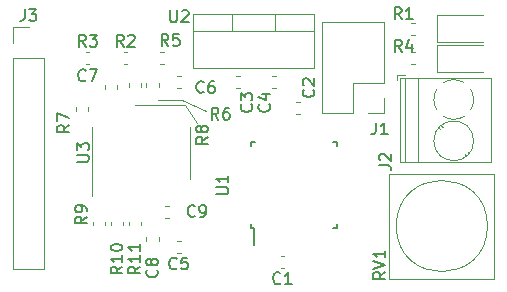
<source format=gbr>
%TF.GenerationSoftware,KiCad,Pcbnew,(5.1.6)-1*%
%TF.CreationDate,2020-11-02T22:50:54-07:00*%
%TF.ProjectId,single_driver,73696e67-6c65-45f6-9472-697665722e6b,rev?*%
%TF.SameCoordinates,Original*%
%TF.FileFunction,Legend,Top*%
%TF.FilePolarity,Positive*%
%FSLAX46Y46*%
G04 Gerber Fmt 4.6, Leading zero omitted, Abs format (unit mm)*
G04 Created by KiCad (PCBNEW (5.1.6)-1) date 2020-11-02 22:50:54*
%MOMM*%
%LPD*%
G01*
G04 APERTURE LIST*
%ADD10C,0.120000*%
%ADD11C,0.150000*%
G04 APERTURE END LIST*
D10*
X153250000Y-100500000D02*
X154250000Y-102000000D01*
X153000000Y-100500000D02*
X153250000Y-100500000D01*
X152500000Y-100500000D02*
X153000000Y-100500000D01*
X149000000Y-100500000D02*
X152500000Y-100500000D01*
X153000000Y-100000000D02*
X155000000Y-101000000D01*
X151000000Y-100000000D02*
X153000000Y-100000000D01*
%TO.C,J1*%
X170080000Y-101160000D02*
X168750000Y-101160000D01*
X170080000Y-99830000D02*
X170080000Y-101160000D01*
X167480000Y-101160000D02*
X164880000Y-101160000D01*
X167480000Y-98560000D02*
X167480000Y-101160000D01*
X170080000Y-98560000D02*
X167480000Y-98560000D01*
X164880000Y-101160000D02*
X164880000Y-93420000D01*
X170080000Y-98560000D02*
X170080000Y-93420000D01*
X170080000Y-93420000D02*
X164880000Y-93420000D01*
%TO.C,RV1*%
X178862554Y-110710000D02*
G75*
G03*
X178862554Y-110710000I-3862554J0D01*
G01*
X179445000Y-106265000D02*
X179445000Y-115155000D01*
X170555000Y-106265000D02*
X179445000Y-106265000D01*
X170555000Y-115155000D02*
X170555000Y-106265000D01*
X179445000Y-115155000D02*
X170555000Y-115155000D01*
%TO.C,U3*%
X145340000Y-104500000D02*
X145340000Y-108150000D01*
X145340000Y-104500000D02*
X145340000Y-102300000D01*
X153660000Y-104500000D02*
X153660000Y-106700000D01*
X153660000Y-104500000D02*
X153660000Y-102300000D01*
%TO.C,U2*%
X160891000Y-92730000D02*
X160891000Y-94240000D01*
X157190000Y-92730000D02*
X157190000Y-94240000D01*
X153920000Y-94240000D02*
X164160000Y-94240000D01*
X164160000Y-92730000D02*
X164160000Y-97371000D01*
X153920000Y-92730000D02*
X153920000Y-97371000D01*
X153920000Y-97371000D02*
X164160000Y-97371000D01*
X153920000Y-92730000D02*
X164160000Y-92730000D01*
D11*
%TO.C,U1*%
X158875000Y-110875000D02*
X159100000Y-110875000D01*
X158875000Y-103625000D02*
X159200000Y-103625000D01*
X166125000Y-103625000D02*
X165800000Y-103625000D01*
X166125000Y-110875000D02*
X165800000Y-110875000D01*
X158875000Y-110875000D02*
X158875000Y-110550000D01*
X166125000Y-110875000D02*
X166125000Y-110550000D01*
X166125000Y-103625000D02*
X166125000Y-103950000D01*
X158875000Y-103625000D02*
X158875000Y-103950000D01*
X159100000Y-110875000D02*
X159100000Y-112300000D01*
D10*
%TO.C,R11*%
X148490000Y-110337221D02*
X148490000Y-110662779D01*
X149510000Y-110337221D02*
X149510000Y-110662779D01*
%TO.C,R10*%
X146990000Y-110337221D02*
X146990000Y-110662779D01*
X148010000Y-110337221D02*
X148010000Y-110662779D01*
%TO.C,R9*%
X145490000Y-110337221D02*
X145490000Y-110662779D01*
X146510000Y-110337221D02*
X146510000Y-110662779D01*
%TO.C,R8*%
X148490000Y-98587221D02*
X148490000Y-98912779D01*
X149510000Y-98587221D02*
X149510000Y-98912779D01*
%TO.C,R7*%
X143990000Y-100624721D02*
X143990000Y-100950279D01*
X145010000Y-100624721D02*
X145010000Y-100950279D01*
%TO.C,R6*%
X151010000Y-98912779D02*
X151010000Y-98587221D01*
X149990000Y-98912779D02*
X149990000Y-98587221D01*
%TO.C,R5*%
X151450279Y-95990000D02*
X151124721Y-95990000D01*
X151450279Y-97010000D02*
X151124721Y-97010000D01*
%TO.C,R4*%
X172700279Y-95990000D02*
X172374721Y-95990000D01*
X172700279Y-97010000D02*
X172374721Y-97010000D01*
%TO.C,R3*%
X144837221Y-97010000D02*
X145162779Y-97010000D01*
X144837221Y-95990000D02*
X145162779Y-95990000D01*
%TO.C,R2*%
X148049721Y-97010000D02*
X148375279Y-97010000D01*
X148049721Y-95990000D02*
X148375279Y-95990000D01*
%TO.C,R1*%
X172700279Y-93490000D02*
X172374721Y-93490000D01*
X172700279Y-94510000D02*
X172374721Y-94510000D01*
%TO.C,J3*%
X138670000Y-93890000D02*
X140000000Y-93890000D01*
X138670000Y-95220000D02*
X138670000Y-93890000D01*
X138670000Y-96490000D02*
X141330000Y-96490000D01*
X141330000Y-96490000D02*
X141330000Y-114330000D01*
X138670000Y-96490000D02*
X138670000Y-114330000D01*
X138670000Y-114330000D02*
X141330000Y-114330000D01*
%TO.C,J2*%
X171200000Y-97950000D02*
X171200000Y-98350000D01*
X171840000Y-97950000D02*
X171200000Y-97950000D01*
X175059000Y-102355000D02*
X174931000Y-102226000D01*
X177275000Y-104570000D02*
X177181000Y-104476000D01*
X174819000Y-102525000D02*
X174726000Y-102431000D01*
X177069000Y-104775000D02*
X176941000Y-104646000D01*
X179160000Y-105310000D02*
X171440000Y-105310000D01*
X179160000Y-98190000D02*
X171440000Y-98190000D01*
X171440000Y-98190000D02*
X171440000Y-105310000D01*
X179160000Y-98190000D02*
X179160000Y-105310000D01*
X173000000Y-98190000D02*
X173000000Y-105310000D01*
X171900000Y-98190000D02*
X171900000Y-105310000D01*
X177680000Y-103500000D02*
G75*
G03*
X177680000Y-103500000I-1680000J0D01*
G01*
X174319901Y-100028674D02*
G75*
G02*
X174560000Y-99134000I1680099J28674D01*
G01*
X175110106Y-98574642D02*
G75*
G02*
X176866000Y-98560000I889894J-1425358D01*
G01*
X177425358Y-99110106D02*
G75*
G02*
X177440000Y-100866000I-1425358J-889894D01*
G01*
X176890193Y-101425505D02*
G75*
G02*
X175109000Y-101425000I-890193J1425505D01*
G01*
X174575279Y-100890264D02*
G75*
G02*
X174320000Y-100000000I1424721J890264D01*
G01*
%TO.C,D2*%
X174565000Y-97635000D02*
X178450000Y-97635000D01*
X174565000Y-95365000D02*
X174565000Y-97635000D01*
X178450000Y-95365000D02*
X174565000Y-95365000D01*
%TO.C,D1*%
X174565000Y-95135000D02*
X178450000Y-95135000D01*
X174565000Y-92865000D02*
X174565000Y-95135000D01*
X178450000Y-92865000D02*
X174565000Y-92865000D01*
%TO.C,C9*%
X151875279Y-108990000D02*
X151549721Y-108990000D01*
X151875279Y-110010000D02*
X151549721Y-110010000D01*
%TO.C,C8*%
X151010000Y-111950279D02*
X151010000Y-111624721D01*
X149990000Y-111950279D02*
X149990000Y-111624721D01*
%TO.C,C7*%
X146490000Y-98799721D02*
X146490000Y-99125279D01*
X147510000Y-98799721D02*
X147510000Y-99125279D01*
%TO.C,C6*%
X152875279Y-97990000D02*
X152549721Y-97990000D01*
X152875279Y-99010000D02*
X152549721Y-99010000D01*
%TO.C,C5*%
X152875279Y-111990000D02*
X152549721Y-111990000D01*
X152875279Y-113010000D02*
X152549721Y-113010000D01*
%TO.C,C4*%
X160950279Y-97990000D02*
X160624721Y-97990000D01*
X160950279Y-99010000D02*
X160624721Y-99010000D01*
%TO.C,C3*%
X157549721Y-99010000D02*
X157875279Y-99010000D01*
X157549721Y-97990000D02*
X157875279Y-97990000D01*
%TO.C,C2*%
X162950279Y-101260000D02*
X162624721Y-101260000D01*
X162950279Y-100240000D02*
X162624721Y-100240000D01*
%TO.C,C1*%
X161662779Y-114260000D02*
X161337221Y-114260000D01*
X161662779Y-113240000D02*
X161337221Y-113240000D01*
%TO.C,J1*%
D11*
X169416666Y-101952380D02*
X169416666Y-102666666D01*
X169369047Y-102809523D01*
X169273809Y-102904761D01*
X169130952Y-102952380D01*
X169035714Y-102952380D01*
X170416666Y-102952380D02*
X169845238Y-102952380D01*
X170130952Y-102952380D02*
X170130952Y-101952380D01*
X170035714Y-102095238D01*
X169940476Y-102190476D01*
X169845238Y-102238095D01*
%TO.C,RV1*%
X170202380Y-114595238D02*
X169726190Y-114928571D01*
X170202380Y-115166666D02*
X169202380Y-115166666D01*
X169202380Y-114785714D01*
X169250000Y-114690476D01*
X169297619Y-114642857D01*
X169392857Y-114595238D01*
X169535714Y-114595238D01*
X169630952Y-114642857D01*
X169678571Y-114690476D01*
X169726190Y-114785714D01*
X169726190Y-115166666D01*
X169202380Y-114309523D02*
X170202380Y-113976190D01*
X169202380Y-113642857D01*
X170202380Y-112785714D02*
X170202380Y-113357142D01*
X170202380Y-113071428D02*
X169202380Y-113071428D01*
X169345238Y-113166666D01*
X169440476Y-113261904D01*
X169488095Y-113357142D01*
%TO.C,U3*%
X144102380Y-105261904D02*
X144911904Y-105261904D01*
X145007142Y-105214285D01*
X145054761Y-105166666D01*
X145102380Y-105071428D01*
X145102380Y-104880952D01*
X145054761Y-104785714D01*
X145007142Y-104738095D01*
X144911904Y-104690476D01*
X144102380Y-104690476D01*
X144102380Y-104309523D02*
X144102380Y-103690476D01*
X144483333Y-104023809D01*
X144483333Y-103880952D01*
X144530952Y-103785714D01*
X144578571Y-103738095D01*
X144673809Y-103690476D01*
X144911904Y-103690476D01*
X145007142Y-103738095D01*
X145054761Y-103785714D01*
X145102380Y-103880952D01*
X145102380Y-104166666D01*
X145054761Y-104261904D01*
X145007142Y-104309523D01*
%TO.C,U2*%
X151988095Y-92452380D02*
X151988095Y-93261904D01*
X152035714Y-93357142D01*
X152083333Y-93404761D01*
X152178571Y-93452380D01*
X152369047Y-93452380D01*
X152464285Y-93404761D01*
X152511904Y-93357142D01*
X152559523Y-93261904D01*
X152559523Y-92452380D01*
X152988095Y-92547619D02*
X153035714Y-92500000D01*
X153130952Y-92452380D01*
X153369047Y-92452380D01*
X153464285Y-92500000D01*
X153511904Y-92547619D01*
X153559523Y-92642857D01*
X153559523Y-92738095D01*
X153511904Y-92880952D01*
X152940476Y-93452380D01*
X153559523Y-93452380D01*
%TO.C,U1*%
X155902380Y-108011904D02*
X156711904Y-108011904D01*
X156807142Y-107964285D01*
X156854761Y-107916666D01*
X156902380Y-107821428D01*
X156902380Y-107630952D01*
X156854761Y-107535714D01*
X156807142Y-107488095D01*
X156711904Y-107440476D01*
X155902380Y-107440476D01*
X156902380Y-106440476D02*
X156902380Y-107011904D01*
X156902380Y-106726190D02*
X155902380Y-106726190D01*
X156045238Y-106821428D01*
X156140476Y-106916666D01*
X156188095Y-107011904D01*
%TO.C,R11*%
X149452380Y-114142857D02*
X148976190Y-114476190D01*
X149452380Y-114714285D02*
X148452380Y-114714285D01*
X148452380Y-114333333D01*
X148500000Y-114238095D01*
X148547619Y-114190476D01*
X148642857Y-114142857D01*
X148785714Y-114142857D01*
X148880952Y-114190476D01*
X148928571Y-114238095D01*
X148976190Y-114333333D01*
X148976190Y-114714285D01*
X149452380Y-113190476D02*
X149452380Y-113761904D01*
X149452380Y-113476190D02*
X148452380Y-113476190D01*
X148595238Y-113571428D01*
X148690476Y-113666666D01*
X148738095Y-113761904D01*
X149452380Y-112238095D02*
X149452380Y-112809523D01*
X149452380Y-112523809D02*
X148452380Y-112523809D01*
X148595238Y-112619047D01*
X148690476Y-112714285D01*
X148738095Y-112809523D01*
%TO.C,R10*%
X147952380Y-114142857D02*
X147476190Y-114476190D01*
X147952380Y-114714285D02*
X146952380Y-114714285D01*
X146952380Y-114333333D01*
X147000000Y-114238095D01*
X147047619Y-114190476D01*
X147142857Y-114142857D01*
X147285714Y-114142857D01*
X147380952Y-114190476D01*
X147428571Y-114238095D01*
X147476190Y-114333333D01*
X147476190Y-114714285D01*
X147952380Y-113190476D02*
X147952380Y-113761904D01*
X147952380Y-113476190D02*
X146952380Y-113476190D01*
X147095238Y-113571428D01*
X147190476Y-113666666D01*
X147238095Y-113761904D01*
X146952380Y-112571428D02*
X146952380Y-112476190D01*
X147000000Y-112380952D01*
X147047619Y-112333333D01*
X147142857Y-112285714D01*
X147333333Y-112238095D01*
X147571428Y-112238095D01*
X147761904Y-112285714D01*
X147857142Y-112333333D01*
X147904761Y-112380952D01*
X147952380Y-112476190D01*
X147952380Y-112571428D01*
X147904761Y-112666666D01*
X147857142Y-112714285D01*
X147761904Y-112761904D01*
X147571428Y-112809523D01*
X147333333Y-112809523D01*
X147142857Y-112761904D01*
X147047619Y-112714285D01*
X147000000Y-112666666D01*
X146952380Y-112571428D01*
%TO.C,R9*%
X144952380Y-109916666D02*
X144476190Y-110250000D01*
X144952380Y-110488095D02*
X143952380Y-110488095D01*
X143952380Y-110107142D01*
X144000000Y-110011904D01*
X144047619Y-109964285D01*
X144142857Y-109916666D01*
X144285714Y-109916666D01*
X144380952Y-109964285D01*
X144428571Y-110011904D01*
X144476190Y-110107142D01*
X144476190Y-110488095D01*
X144952380Y-109440476D02*
X144952380Y-109250000D01*
X144904761Y-109154761D01*
X144857142Y-109107142D01*
X144714285Y-109011904D01*
X144523809Y-108964285D01*
X144142857Y-108964285D01*
X144047619Y-109011904D01*
X144000000Y-109059523D01*
X143952380Y-109154761D01*
X143952380Y-109345238D01*
X144000000Y-109440476D01*
X144047619Y-109488095D01*
X144142857Y-109535714D01*
X144380952Y-109535714D01*
X144476190Y-109488095D01*
X144523809Y-109440476D01*
X144571428Y-109345238D01*
X144571428Y-109154761D01*
X144523809Y-109059523D01*
X144476190Y-109011904D01*
X144380952Y-108964285D01*
%TO.C,R8*%
X155202380Y-103166666D02*
X154726190Y-103500000D01*
X155202380Y-103738095D02*
X154202380Y-103738095D01*
X154202380Y-103357142D01*
X154250000Y-103261904D01*
X154297619Y-103214285D01*
X154392857Y-103166666D01*
X154535714Y-103166666D01*
X154630952Y-103214285D01*
X154678571Y-103261904D01*
X154726190Y-103357142D01*
X154726190Y-103738095D01*
X154630952Y-102595238D02*
X154583333Y-102690476D01*
X154535714Y-102738095D01*
X154440476Y-102785714D01*
X154392857Y-102785714D01*
X154297619Y-102738095D01*
X154250000Y-102690476D01*
X154202380Y-102595238D01*
X154202380Y-102404761D01*
X154250000Y-102309523D01*
X154297619Y-102261904D01*
X154392857Y-102214285D01*
X154440476Y-102214285D01*
X154535714Y-102261904D01*
X154583333Y-102309523D01*
X154630952Y-102404761D01*
X154630952Y-102595238D01*
X154678571Y-102690476D01*
X154726190Y-102738095D01*
X154821428Y-102785714D01*
X155011904Y-102785714D01*
X155107142Y-102738095D01*
X155154761Y-102690476D01*
X155202380Y-102595238D01*
X155202380Y-102404761D01*
X155154761Y-102309523D01*
X155107142Y-102261904D01*
X155011904Y-102214285D01*
X154821428Y-102214285D01*
X154726190Y-102261904D01*
X154678571Y-102309523D01*
X154630952Y-102404761D01*
%TO.C,R7*%
X143452380Y-102166666D02*
X142976190Y-102500000D01*
X143452380Y-102738095D02*
X142452380Y-102738095D01*
X142452380Y-102357142D01*
X142500000Y-102261904D01*
X142547619Y-102214285D01*
X142642857Y-102166666D01*
X142785714Y-102166666D01*
X142880952Y-102214285D01*
X142928571Y-102261904D01*
X142976190Y-102357142D01*
X142976190Y-102738095D01*
X142452380Y-101833333D02*
X142452380Y-101166666D01*
X143452380Y-101595238D01*
%TO.C,R6*%
X156083333Y-101702380D02*
X155750000Y-101226190D01*
X155511904Y-101702380D02*
X155511904Y-100702380D01*
X155892857Y-100702380D01*
X155988095Y-100750000D01*
X156035714Y-100797619D01*
X156083333Y-100892857D01*
X156083333Y-101035714D01*
X156035714Y-101130952D01*
X155988095Y-101178571D01*
X155892857Y-101226190D01*
X155511904Y-101226190D01*
X156940476Y-100702380D02*
X156750000Y-100702380D01*
X156654761Y-100750000D01*
X156607142Y-100797619D01*
X156511904Y-100940476D01*
X156464285Y-101130952D01*
X156464285Y-101511904D01*
X156511904Y-101607142D01*
X156559523Y-101654761D01*
X156654761Y-101702380D01*
X156845238Y-101702380D01*
X156940476Y-101654761D01*
X156988095Y-101607142D01*
X157035714Y-101511904D01*
X157035714Y-101273809D01*
X156988095Y-101178571D01*
X156940476Y-101130952D01*
X156845238Y-101083333D01*
X156654761Y-101083333D01*
X156559523Y-101130952D01*
X156511904Y-101178571D01*
X156464285Y-101273809D01*
%TO.C,R5*%
X151833333Y-95452380D02*
X151500000Y-94976190D01*
X151261904Y-95452380D02*
X151261904Y-94452380D01*
X151642857Y-94452380D01*
X151738095Y-94500000D01*
X151785714Y-94547619D01*
X151833333Y-94642857D01*
X151833333Y-94785714D01*
X151785714Y-94880952D01*
X151738095Y-94928571D01*
X151642857Y-94976190D01*
X151261904Y-94976190D01*
X152738095Y-94452380D02*
X152261904Y-94452380D01*
X152214285Y-94928571D01*
X152261904Y-94880952D01*
X152357142Y-94833333D01*
X152595238Y-94833333D01*
X152690476Y-94880952D01*
X152738095Y-94928571D01*
X152785714Y-95023809D01*
X152785714Y-95261904D01*
X152738095Y-95357142D01*
X152690476Y-95404761D01*
X152595238Y-95452380D01*
X152357142Y-95452380D01*
X152261904Y-95404761D01*
X152214285Y-95357142D01*
%TO.C,R4*%
X171583333Y-95952380D02*
X171250000Y-95476190D01*
X171011904Y-95952380D02*
X171011904Y-94952380D01*
X171392857Y-94952380D01*
X171488095Y-95000000D01*
X171535714Y-95047619D01*
X171583333Y-95142857D01*
X171583333Y-95285714D01*
X171535714Y-95380952D01*
X171488095Y-95428571D01*
X171392857Y-95476190D01*
X171011904Y-95476190D01*
X172440476Y-95285714D02*
X172440476Y-95952380D01*
X172202380Y-94904761D02*
X171964285Y-95619047D01*
X172583333Y-95619047D01*
%TO.C,R3*%
X144833333Y-95522380D02*
X144500000Y-95046190D01*
X144261904Y-95522380D02*
X144261904Y-94522380D01*
X144642857Y-94522380D01*
X144738095Y-94570000D01*
X144785714Y-94617619D01*
X144833333Y-94712857D01*
X144833333Y-94855714D01*
X144785714Y-94950952D01*
X144738095Y-94998571D01*
X144642857Y-95046190D01*
X144261904Y-95046190D01*
X145166666Y-94522380D02*
X145785714Y-94522380D01*
X145452380Y-94903333D01*
X145595238Y-94903333D01*
X145690476Y-94950952D01*
X145738095Y-94998571D01*
X145785714Y-95093809D01*
X145785714Y-95331904D01*
X145738095Y-95427142D01*
X145690476Y-95474761D01*
X145595238Y-95522380D01*
X145309523Y-95522380D01*
X145214285Y-95474761D01*
X145166666Y-95427142D01*
%TO.C,R2*%
X148045833Y-95522380D02*
X147712500Y-95046190D01*
X147474404Y-95522380D02*
X147474404Y-94522380D01*
X147855357Y-94522380D01*
X147950595Y-94570000D01*
X147998214Y-94617619D01*
X148045833Y-94712857D01*
X148045833Y-94855714D01*
X147998214Y-94950952D01*
X147950595Y-94998571D01*
X147855357Y-95046190D01*
X147474404Y-95046190D01*
X148426785Y-94617619D02*
X148474404Y-94570000D01*
X148569642Y-94522380D01*
X148807738Y-94522380D01*
X148902976Y-94570000D01*
X148950595Y-94617619D01*
X148998214Y-94712857D01*
X148998214Y-94808095D01*
X148950595Y-94950952D01*
X148379166Y-95522380D01*
X148998214Y-95522380D01*
%TO.C,R1*%
X171583333Y-93202380D02*
X171250000Y-92726190D01*
X171011904Y-93202380D02*
X171011904Y-92202380D01*
X171392857Y-92202380D01*
X171488095Y-92250000D01*
X171535714Y-92297619D01*
X171583333Y-92392857D01*
X171583333Y-92535714D01*
X171535714Y-92630952D01*
X171488095Y-92678571D01*
X171392857Y-92726190D01*
X171011904Y-92726190D01*
X172535714Y-93202380D02*
X171964285Y-93202380D01*
X172250000Y-93202380D02*
X172250000Y-92202380D01*
X172154761Y-92345238D01*
X172059523Y-92440476D01*
X171964285Y-92488095D01*
%TO.C,J3*%
X139666666Y-92342380D02*
X139666666Y-93056666D01*
X139619047Y-93199523D01*
X139523809Y-93294761D01*
X139380952Y-93342380D01*
X139285714Y-93342380D01*
X140047619Y-92342380D02*
X140666666Y-92342380D01*
X140333333Y-92723333D01*
X140476190Y-92723333D01*
X140571428Y-92770952D01*
X140619047Y-92818571D01*
X140666666Y-92913809D01*
X140666666Y-93151904D01*
X140619047Y-93247142D01*
X140571428Y-93294761D01*
X140476190Y-93342380D01*
X140190476Y-93342380D01*
X140095238Y-93294761D01*
X140047619Y-93247142D01*
%TO.C,J2*%
X169702380Y-105583333D02*
X170416666Y-105583333D01*
X170559523Y-105630952D01*
X170654761Y-105726190D01*
X170702380Y-105869047D01*
X170702380Y-105964285D01*
X169797619Y-105154761D02*
X169750000Y-105107142D01*
X169702380Y-105011904D01*
X169702380Y-104773809D01*
X169750000Y-104678571D01*
X169797619Y-104630952D01*
X169892857Y-104583333D01*
X169988095Y-104583333D01*
X170130952Y-104630952D01*
X170702380Y-105202380D01*
X170702380Y-104583333D01*
%TO.C,C9*%
X154083333Y-109857142D02*
X154035714Y-109904761D01*
X153892857Y-109952380D01*
X153797619Y-109952380D01*
X153654761Y-109904761D01*
X153559523Y-109809523D01*
X153511904Y-109714285D01*
X153464285Y-109523809D01*
X153464285Y-109380952D01*
X153511904Y-109190476D01*
X153559523Y-109095238D01*
X153654761Y-109000000D01*
X153797619Y-108952380D01*
X153892857Y-108952380D01*
X154035714Y-109000000D01*
X154083333Y-109047619D01*
X154559523Y-109952380D02*
X154750000Y-109952380D01*
X154845238Y-109904761D01*
X154892857Y-109857142D01*
X154988095Y-109714285D01*
X155035714Y-109523809D01*
X155035714Y-109142857D01*
X154988095Y-109047619D01*
X154940476Y-109000000D01*
X154845238Y-108952380D01*
X154654761Y-108952380D01*
X154559523Y-109000000D01*
X154511904Y-109047619D01*
X154464285Y-109142857D01*
X154464285Y-109380952D01*
X154511904Y-109476190D01*
X154559523Y-109523809D01*
X154654761Y-109571428D01*
X154845238Y-109571428D01*
X154940476Y-109523809D01*
X154988095Y-109476190D01*
X155035714Y-109380952D01*
%TO.C,C8*%
X150857142Y-114416666D02*
X150904761Y-114464285D01*
X150952380Y-114607142D01*
X150952380Y-114702380D01*
X150904761Y-114845238D01*
X150809523Y-114940476D01*
X150714285Y-114988095D01*
X150523809Y-115035714D01*
X150380952Y-115035714D01*
X150190476Y-114988095D01*
X150095238Y-114940476D01*
X150000000Y-114845238D01*
X149952380Y-114702380D01*
X149952380Y-114607142D01*
X150000000Y-114464285D01*
X150047619Y-114416666D01*
X150380952Y-113845238D02*
X150333333Y-113940476D01*
X150285714Y-113988095D01*
X150190476Y-114035714D01*
X150142857Y-114035714D01*
X150047619Y-113988095D01*
X150000000Y-113940476D01*
X149952380Y-113845238D01*
X149952380Y-113654761D01*
X150000000Y-113559523D01*
X150047619Y-113511904D01*
X150142857Y-113464285D01*
X150190476Y-113464285D01*
X150285714Y-113511904D01*
X150333333Y-113559523D01*
X150380952Y-113654761D01*
X150380952Y-113845238D01*
X150428571Y-113940476D01*
X150476190Y-113988095D01*
X150571428Y-114035714D01*
X150761904Y-114035714D01*
X150857142Y-113988095D01*
X150904761Y-113940476D01*
X150952380Y-113845238D01*
X150952380Y-113654761D01*
X150904761Y-113559523D01*
X150857142Y-113511904D01*
X150761904Y-113464285D01*
X150571428Y-113464285D01*
X150476190Y-113511904D01*
X150428571Y-113559523D01*
X150380952Y-113654761D01*
%TO.C,C7*%
X144833333Y-98357142D02*
X144785714Y-98404761D01*
X144642857Y-98452380D01*
X144547619Y-98452380D01*
X144404761Y-98404761D01*
X144309523Y-98309523D01*
X144261904Y-98214285D01*
X144214285Y-98023809D01*
X144214285Y-97880952D01*
X144261904Y-97690476D01*
X144309523Y-97595238D01*
X144404761Y-97500000D01*
X144547619Y-97452380D01*
X144642857Y-97452380D01*
X144785714Y-97500000D01*
X144833333Y-97547619D01*
X145166666Y-97452380D02*
X145833333Y-97452380D01*
X145404761Y-98452380D01*
%TO.C,C6*%
X154833333Y-99357142D02*
X154785714Y-99404761D01*
X154642857Y-99452380D01*
X154547619Y-99452380D01*
X154404761Y-99404761D01*
X154309523Y-99309523D01*
X154261904Y-99214285D01*
X154214285Y-99023809D01*
X154214285Y-98880952D01*
X154261904Y-98690476D01*
X154309523Y-98595238D01*
X154404761Y-98500000D01*
X154547619Y-98452380D01*
X154642857Y-98452380D01*
X154785714Y-98500000D01*
X154833333Y-98547619D01*
X155690476Y-98452380D02*
X155500000Y-98452380D01*
X155404761Y-98500000D01*
X155357142Y-98547619D01*
X155261904Y-98690476D01*
X155214285Y-98880952D01*
X155214285Y-99261904D01*
X155261904Y-99357142D01*
X155309523Y-99404761D01*
X155404761Y-99452380D01*
X155595238Y-99452380D01*
X155690476Y-99404761D01*
X155738095Y-99357142D01*
X155785714Y-99261904D01*
X155785714Y-99023809D01*
X155738095Y-98928571D01*
X155690476Y-98880952D01*
X155595238Y-98833333D01*
X155404761Y-98833333D01*
X155309523Y-98880952D01*
X155261904Y-98928571D01*
X155214285Y-99023809D01*
%TO.C,C5*%
X152545833Y-114287142D02*
X152498214Y-114334761D01*
X152355357Y-114382380D01*
X152260119Y-114382380D01*
X152117261Y-114334761D01*
X152022023Y-114239523D01*
X151974404Y-114144285D01*
X151926785Y-113953809D01*
X151926785Y-113810952D01*
X151974404Y-113620476D01*
X152022023Y-113525238D01*
X152117261Y-113430000D01*
X152260119Y-113382380D01*
X152355357Y-113382380D01*
X152498214Y-113430000D01*
X152545833Y-113477619D01*
X153450595Y-113382380D02*
X152974404Y-113382380D01*
X152926785Y-113858571D01*
X152974404Y-113810952D01*
X153069642Y-113763333D01*
X153307738Y-113763333D01*
X153402976Y-113810952D01*
X153450595Y-113858571D01*
X153498214Y-113953809D01*
X153498214Y-114191904D01*
X153450595Y-114287142D01*
X153402976Y-114334761D01*
X153307738Y-114382380D01*
X153069642Y-114382380D01*
X152974404Y-114334761D01*
X152926785Y-114287142D01*
%TO.C,C4*%
X160357142Y-100416666D02*
X160404761Y-100464285D01*
X160452380Y-100607142D01*
X160452380Y-100702380D01*
X160404761Y-100845238D01*
X160309523Y-100940476D01*
X160214285Y-100988095D01*
X160023809Y-101035714D01*
X159880952Y-101035714D01*
X159690476Y-100988095D01*
X159595238Y-100940476D01*
X159500000Y-100845238D01*
X159452380Y-100702380D01*
X159452380Y-100607142D01*
X159500000Y-100464285D01*
X159547619Y-100416666D01*
X159785714Y-99559523D02*
X160452380Y-99559523D01*
X159404761Y-99797619D02*
X160119047Y-100035714D01*
X160119047Y-99416666D01*
%TO.C,C3*%
X158857142Y-100416666D02*
X158904761Y-100464285D01*
X158952380Y-100607142D01*
X158952380Y-100702380D01*
X158904761Y-100845238D01*
X158809523Y-100940476D01*
X158714285Y-100988095D01*
X158523809Y-101035714D01*
X158380952Y-101035714D01*
X158190476Y-100988095D01*
X158095238Y-100940476D01*
X158000000Y-100845238D01*
X157952380Y-100702380D01*
X157952380Y-100607142D01*
X158000000Y-100464285D01*
X158047619Y-100416666D01*
X157952380Y-100083333D02*
X157952380Y-99464285D01*
X158333333Y-99797619D01*
X158333333Y-99654761D01*
X158380952Y-99559523D01*
X158428571Y-99511904D01*
X158523809Y-99464285D01*
X158761904Y-99464285D01*
X158857142Y-99511904D01*
X158904761Y-99559523D01*
X158952380Y-99654761D01*
X158952380Y-99940476D01*
X158904761Y-100035714D01*
X158857142Y-100083333D01*
%TO.C,C2*%
X164107142Y-99166666D02*
X164154761Y-99214285D01*
X164202380Y-99357142D01*
X164202380Y-99452380D01*
X164154761Y-99595238D01*
X164059523Y-99690476D01*
X163964285Y-99738095D01*
X163773809Y-99785714D01*
X163630952Y-99785714D01*
X163440476Y-99738095D01*
X163345238Y-99690476D01*
X163250000Y-99595238D01*
X163202380Y-99452380D01*
X163202380Y-99357142D01*
X163250000Y-99214285D01*
X163297619Y-99166666D01*
X163297619Y-98785714D02*
X163250000Y-98738095D01*
X163202380Y-98642857D01*
X163202380Y-98404761D01*
X163250000Y-98309523D01*
X163297619Y-98261904D01*
X163392857Y-98214285D01*
X163488095Y-98214285D01*
X163630952Y-98261904D01*
X164202380Y-98833333D01*
X164202380Y-98214285D01*
%TO.C,C1*%
X161333333Y-115537142D02*
X161285714Y-115584761D01*
X161142857Y-115632380D01*
X161047619Y-115632380D01*
X160904761Y-115584761D01*
X160809523Y-115489523D01*
X160761904Y-115394285D01*
X160714285Y-115203809D01*
X160714285Y-115060952D01*
X160761904Y-114870476D01*
X160809523Y-114775238D01*
X160904761Y-114680000D01*
X161047619Y-114632380D01*
X161142857Y-114632380D01*
X161285714Y-114680000D01*
X161333333Y-114727619D01*
X162285714Y-115632380D02*
X161714285Y-115632380D01*
X162000000Y-115632380D02*
X162000000Y-114632380D01*
X161904761Y-114775238D01*
X161809523Y-114870476D01*
X161714285Y-114918095D01*
%TD*%
M02*

</source>
